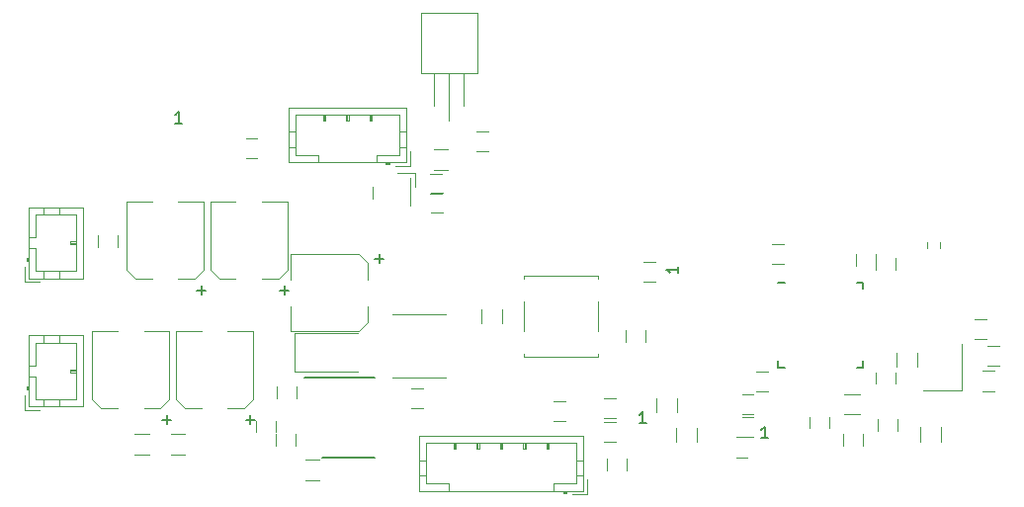
<source format=gbr>
G04 #@! TF.FileFunction,Legend,Top*
%FSLAX46Y46*%
G04 Gerber Fmt 4.6, Leading zero omitted, Abs format (unit mm)*
G04 Created by KiCad (PCBNEW 4.0.7) date 11/11/17 16:51:54*
%MOMM*%
%LPD*%
G01*
G04 APERTURE LIST*
%ADD10C,0.100000*%
%ADD11C,0.120000*%
%ADD12C,0.150000*%
G04 APERTURE END LIST*
D10*
D11*
X116450000Y-76200000D02*
X116450000Y-71500000D01*
X116450000Y-71500000D02*
X106350000Y-71500000D01*
X106350000Y-71500000D02*
X106350000Y-76200000D01*
X106350000Y-76200000D02*
X116450000Y-76200000D01*
X113900000Y-76200000D02*
X113900000Y-75600000D01*
X113900000Y-75600000D02*
X115850000Y-75600000D01*
X115850000Y-75600000D02*
X115850000Y-72100000D01*
X115850000Y-72100000D02*
X106950000Y-72100000D01*
X106950000Y-72100000D02*
X106950000Y-75600000D01*
X106950000Y-75600000D02*
X108900000Y-75600000D01*
X108900000Y-75600000D02*
X108900000Y-76200000D01*
X116450000Y-74900000D02*
X115850000Y-74900000D01*
X116450000Y-73600000D02*
X115850000Y-73600000D01*
X106350000Y-74900000D02*
X106950000Y-74900000D01*
X106350000Y-73600000D02*
X106950000Y-73600000D01*
X114700000Y-76200000D02*
X114700000Y-76400000D01*
X114700000Y-76400000D02*
X115000000Y-76400000D01*
X115000000Y-76400000D02*
X115000000Y-76200000D01*
X114700000Y-76300000D02*
X115000000Y-76300000D01*
X113500000Y-72100000D02*
X113500000Y-72600000D01*
X113500000Y-72600000D02*
X113300000Y-72600000D01*
X113300000Y-72600000D02*
X113300000Y-72100000D01*
X113400000Y-72100000D02*
X113400000Y-72600000D01*
X111500000Y-72100000D02*
X111500000Y-72600000D01*
X111500000Y-72600000D02*
X111300000Y-72600000D01*
X111300000Y-72600000D02*
X111300000Y-72100000D01*
X111400000Y-72100000D02*
X111400000Y-72600000D01*
X109500000Y-72100000D02*
X109500000Y-72600000D01*
X109500000Y-72600000D02*
X109300000Y-72600000D01*
X109300000Y-72600000D02*
X109300000Y-72100000D01*
X109400000Y-72100000D02*
X109400000Y-72600000D01*
X115500000Y-76500000D02*
X116750000Y-76500000D01*
X116750000Y-76500000D02*
X116750000Y-75250000D01*
X84100000Y-97150000D02*
X88800000Y-97150000D01*
X88800000Y-97150000D02*
X88800000Y-91050000D01*
X88800000Y-91050000D02*
X84100000Y-91050000D01*
X84100000Y-91050000D02*
X84100000Y-97150000D01*
X84100000Y-94600000D02*
X84700000Y-94600000D01*
X84700000Y-94600000D02*
X84700000Y-96550000D01*
X84700000Y-96550000D02*
X88200000Y-96550000D01*
X88200000Y-96550000D02*
X88200000Y-91650000D01*
X88200000Y-91650000D02*
X84700000Y-91650000D01*
X84700000Y-91650000D02*
X84700000Y-93600000D01*
X84700000Y-93600000D02*
X84100000Y-93600000D01*
X85400000Y-97150000D02*
X85400000Y-96550000D01*
X86700000Y-97150000D02*
X86700000Y-96550000D01*
X85400000Y-91050000D02*
X85400000Y-91650000D01*
X86700000Y-91050000D02*
X86700000Y-91650000D01*
X84100000Y-95400000D02*
X83900000Y-95400000D01*
X83900000Y-95400000D02*
X83900000Y-95700000D01*
X83900000Y-95700000D02*
X84100000Y-95700000D01*
X84000000Y-95400000D02*
X84000000Y-95700000D01*
X88200000Y-94200000D02*
X87700000Y-94200000D01*
X87700000Y-94200000D02*
X87700000Y-94000000D01*
X87700000Y-94000000D02*
X88200000Y-94000000D01*
X88200000Y-94100000D02*
X87700000Y-94100000D01*
X83800000Y-96200000D02*
X83800000Y-97450000D01*
X83800000Y-97450000D02*
X85050000Y-97450000D01*
X150950000Y-98000000D02*
X150950000Y-99000000D01*
X152650000Y-99000000D02*
X152650000Y-98000000D01*
X148800000Y-83250000D02*
X147800000Y-83250000D01*
X147800000Y-84950000D02*
X148800000Y-84950000D01*
X156650000Y-94200000D02*
X156650000Y-95200000D01*
X158350000Y-95200000D02*
X158350000Y-94200000D01*
X156650000Y-85100000D02*
X156650000Y-84100000D01*
X154950000Y-84100000D02*
X154950000Y-85100000D01*
X123500000Y-73550000D02*
X122500000Y-73550000D01*
X122500000Y-75250000D02*
X123500000Y-75250000D01*
X158350000Y-85400000D02*
X158350000Y-84400000D01*
X156650000Y-84400000D02*
X156650000Y-85400000D01*
X147450000Y-94150000D02*
X146450000Y-94150000D01*
X146450000Y-95850000D02*
X147450000Y-95850000D01*
X145200000Y-97800000D02*
X146200000Y-97800000D01*
X146200000Y-96100000D02*
X145200000Y-96100000D01*
X133400000Y-100150000D02*
X134400000Y-100150000D01*
X134400000Y-98450000D02*
X133400000Y-98450000D01*
X133400000Y-98150000D02*
X134400000Y-98150000D01*
X134400000Y-96450000D02*
X133400000Y-96450000D01*
X135350000Y-102600000D02*
X135350000Y-101600000D01*
X133650000Y-101600000D02*
X133650000Y-102600000D01*
X136750000Y-86450000D02*
X137750000Y-86450000D01*
X137750000Y-84750000D02*
X136750000Y-84750000D01*
X135250000Y-90600000D02*
X135250000Y-91600000D01*
X136950000Y-91600000D02*
X136950000Y-90600000D01*
X145200000Y-99700000D02*
X146200000Y-99700000D01*
X146200000Y-98000000D02*
X145200000Y-98000000D01*
X144700000Y-101475000D02*
X145700000Y-101475000D01*
X145700000Y-99775000D02*
X144700000Y-99775000D01*
X105300000Y-99350000D02*
X105300000Y-98350000D01*
X103600000Y-98350000D02*
X103600000Y-99350000D01*
X107000000Y-100500000D02*
X107000000Y-99500000D01*
X105300000Y-99500000D02*
X105300000Y-100500000D01*
X103300000Y-90700000D02*
X101120000Y-90700000D01*
X96700000Y-90700000D02*
X98880000Y-90700000D01*
X102540000Y-97300000D02*
X101120000Y-97300000D01*
X97460000Y-97300000D02*
X98880000Y-97300000D01*
X103300000Y-90700000D02*
X103300000Y-96540000D01*
X103300000Y-96540000D02*
X102540000Y-97300000D01*
X97460000Y-97300000D02*
X96700000Y-96540000D01*
X96700000Y-96540000D02*
X96700000Y-90700000D01*
X106550000Y-84100000D02*
X106550000Y-86280000D01*
X106550000Y-90700000D02*
X106550000Y-88520000D01*
X113150000Y-84860000D02*
X113150000Y-86280000D01*
X113150000Y-89940000D02*
X113150000Y-88520000D01*
X106550000Y-84100000D02*
X112390000Y-84100000D01*
X112390000Y-84100000D02*
X113150000Y-84860000D01*
X113150000Y-89940000D02*
X112390000Y-90700000D01*
X112390000Y-90700000D02*
X106550000Y-90700000D01*
X107050000Y-96400000D02*
X107050000Y-95400000D01*
X105350000Y-95400000D02*
X105350000Y-96400000D01*
X106250000Y-79600000D02*
X104070000Y-79600000D01*
X99650000Y-79600000D02*
X101830000Y-79600000D01*
X105490000Y-86200000D02*
X104070000Y-86200000D01*
X100410000Y-86200000D02*
X101830000Y-86200000D01*
X106250000Y-79600000D02*
X106250000Y-85440000D01*
X106250000Y-85440000D02*
X105490000Y-86200000D01*
X100410000Y-86200000D02*
X99650000Y-85440000D01*
X99650000Y-85440000D02*
X99650000Y-79600000D01*
X117900000Y-95600000D02*
X116900000Y-95600000D01*
X116900000Y-97300000D02*
X117900000Y-97300000D01*
X99100000Y-79600000D02*
X96920000Y-79600000D01*
X92500000Y-79600000D02*
X94680000Y-79600000D01*
X98340000Y-86200000D02*
X96920000Y-86200000D01*
X93260000Y-86200000D02*
X94680000Y-86200000D01*
X99100000Y-79600000D02*
X99100000Y-85440000D01*
X99100000Y-85440000D02*
X98340000Y-86200000D01*
X93260000Y-86200000D02*
X92500000Y-85440000D01*
X92500000Y-85440000D02*
X92500000Y-79600000D01*
X96150000Y-90700000D02*
X93970000Y-90700000D01*
X89550000Y-90700000D02*
X91730000Y-90700000D01*
X95390000Y-97300000D02*
X93970000Y-97300000D01*
X90310000Y-97300000D02*
X91730000Y-97300000D01*
X96150000Y-90700000D02*
X96150000Y-96540000D01*
X96150000Y-96540000D02*
X95390000Y-97300000D01*
X90310000Y-97300000D02*
X89550000Y-96540000D01*
X89550000Y-96540000D02*
X89550000Y-90700000D01*
X90000000Y-82500000D02*
X90000000Y-83500000D01*
X91700000Y-83500000D02*
X91700000Y-82500000D01*
X165850000Y-95800000D02*
X166850000Y-95800000D01*
X166850000Y-94100000D02*
X165850000Y-94100000D01*
X166250000Y-93650000D02*
X167250000Y-93650000D01*
X167250000Y-91950000D02*
X166250000Y-91950000D01*
X156850000Y-98200000D02*
X156850000Y-99200000D01*
X158550000Y-99200000D02*
X158550000Y-98200000D01*
X153850000Y-99500000D02*
X153850000Y-100500000D01*
X155550000Y-100500000D02*
X155550000Y-99500000D01*
X118550000Y-80550000D02*
X119550000Y-80550000D01*
X119550000Y-78850000D02*
X118550000Y-78850000D01*
X118500000Y-78900000D02*
X119500000Y-78900000D01*
X119500000Y-77200000D02*
X118500000Y-77200000D01*
X103700000Y-74150000D02*
X102700000Y-74150000D01*
X102700000Y-75850000D02*
X103700000Y-75850000D01*
X165150000Y-91350000D02*
X166150000Y-91350000D01*
X166150000Y-89650000D02*
X165150000Y-89650000D01*
X129100000Y-98400000D02*
X130100000Y-98400000D01*
X130100000Y-96700000D02*
X129100000Y-96700000D01*
X106900000Y-90850000D02*
X106900000Y-94150000D01*
X106900000Y-94150000D02*
X112300000Y-94150000D01*
X106900000Y-90850000D02*
X112300000Y-90850000D01*
X131625000Y-104350000D02*
X131625000Y-99650000D01*
X131625000Y-99650000D02*
X117525000Y-99650000D01*
X117525000Y-99650000D02*
X117525000Y-104350000D01*
X117525000Y-104350000D02*
X131625000Y-104350000D01*
X129075000Y-104350000D02*
X129075000Y-103750000D01*
X129075000Y-103750000D02*
X131025000Y-103750000D01*
X131025000Y-103750000D02*
X131025000Y-100250000D01*
X131025000Y-100250000D02*
X118125000Y-100250000D01*
X118125000Y-100250000D02*
X118125000Y-103750000D01*
X118125000Y-103750000D02*
X120075000Y-103750000D01*
X120075000Y-103750000D02*
X120075000Y-104350000D01*
X131625000Y-103050000D02*
X131025000Y-103050000D01*
X131625000Y-101750000D02*
X131025000Y-101750000D01*
X117525000Y-103050000D02*
X118125000Y-103050000D01*
X117525000Y-101750000D02*
X118125000Y-101750000D01*
X129875000Y-104350000D02*
X129875000Y-104550000D01*
X129875000Y-104550000D02*
X130175000Y-104550000D01*
X130175000Y-104550000D02*
X130175000Y-104350000D01*
X129875000Y-104450000D02*
X130175000Y-104450000D01*
X128675000Y-100250000D02*
X128675000Y-100750000D01*
X128675000Y-100750000D02*
X128475000Y-100750000D01*
X128475000Y-100750000D02*
X128475000Y-100250000D01*
X128575000Y-100250000D02*
X128575000Y-100750000D01*
X126675000Y-100250000D02*
X126675000Y-100750000D01*
X126675000Y-100750000D02*
X126475000Y-100750000D01*
X126475000Y-100750000D02*
X126475000Y-100250000D01*
X126575000Y-100250000D02*
X126575000Y-100750000D01*
X124675000Y-100250000D02*
X124675000Y-100750000D01*
X124675000Y-100750000D02*
X124475000Y-100750000D01*
X124475000Y-100750000D02*
X124475000Y-100250000D01*
X124575000Y-100250000D02*
X124575000Y-100750000D01*
X122675000Y-100250000D02*
X122675000Y-100750000D01*
X122675000Y-100750000D02*
X122475000Y-100750000D01*
X122475000Y-100750000D02*
X122475000Y-100250000D01*
X122575000Y-100250000D02*
X122575000Y-100750000D01*
X120675000Y-100250000D02*
X120675000Y-100750000D01*
X120675000Y-100750000D02*
X120475000Y-100750000D01*
X120475000Y-100750000D02*
X120475000Y-100250000D01*
X120575000Y-100250000D02*
X120575000Y-100750000D01*
X130675000Y-104650000D02*
X131925000Y-104650000D01*
X131925000Y-104650000D02*
X131925000Y-103400000D01*
X115250000Y-94680000D02*
X119850000Y-94680000D01*
X119850000Y-89220000D02*
X115250000Y-89220000D01*
X118800000Y-75120000D02*
X120000000Y-75120000D01*
X120000000Y-76880000D02*
X118800000Y-76880000D01*
X139570000Y-100150000D02*
X139570000Y-98950000D01*
X141330000Y-98950000D02*
X141330000Y-100150000D01*
X139630000Y-96400000D02*
X139630000Y-97600000D01*
X137870000Y-97600000D02*
X137870000Y-96400000D01*
X122920000Y-90000000D02*
X122920000Y-88800000D01*
X124680000Y-88800000D02*
X124680000Y-90000000D01*
X107800000Y-101720000D02*
X109000000Y-101720000D01*
X109000000Y-103480000D02*
X107800000Y-103480000D01*
X162230000Y-98925000D02*
X162230000Y-100125000D01*
X160470000Y-100125000D02*
X160470000Y-98925000D01*
X126550000Y-86200000D02*
X126550000Y-85950000D01*
X126550000Y-85950000D02*
X132850000Y-85950000D01*
X132850000Y-85950000D02*
X132850000Y-86200000D01*
X126550000Y-90700000D02*
X126550000Y-88100000D01*
X132850000Y-92600000D02*
X132850000Y-92850000D01*
X132850000Y-92850000D02*
X126550000Y-92850000D01*
X126550000Y-92850000D02*
X126550000Y-92600000D01*
X132850000Y-88100000D02*
X132850000Y-90700000D01*
D12*
X155575000Y-86525000D02*
X155575000Y-87050000D01*
X148325000Y-93775000D02*
X148325000Y-93250000D01*
X155575000Y-93775000D02*
X155575000Y-93250000D01*
X148325000Y-86525000D02*
X148850000Y-86525000D01*
X148325000Y-93775000D02*
X148850000Y-93775000D01*
X155575000Y-93775000D02*
X155050000Y-93775000D01*
X155575000Y-86525000D02*
X155050000Y-86525000D01*
D11*
X121400000Y-71380000D02*
X121400000Y-68590000D01*
X120130000Y-72650000D02*
X120130000Y-68590000D01*
X118860000Y-71380000D02*
X118860000Y-68590000D01*
X122530000Y-68590000D02*
X117730000Y-68590000D01*
X117730000Y-68590000D02*
X117730000Y-63400000D01*
X117730000Y-63400000D02*
X122530000Y-63400000D01*
X122530000Y-63400000D02*
X122530000Y-68590000D01*
D12*
X109275000Y-101550000D02*
X113725000Y-101550000D01*
X107750000Y-94650000D02*
X113725000Y-94650000D01*
D11*
X115700000Y-77100000D02*
X117200000Y-77100000D01*
X117200000Y-77100000D02*
X117200000Y-78300000D01*
X113580000Y-79300000D02*
X113580000Y-78300000D01*
X116820000Y-77550000D02*
X116820000Y-79920000D01*
X153975000Y-97825000D02*
X155325000Y-97825000D01*
X153975000Y-96075000D02*
X155325000Y-96075000D01*
X160700000Y-95750000D02*
X164000000Y-95750000D01*
X164000000Y-95750000D02*
X164000000Y-91750000D01*
X84100000Y-86150000D02*
X88800000Y-86150000D01*
X88800000Y-86150000D02*
X88800000Y-80050000D01*
X88800000Y-80050000D02*
X84100000Y-80050000D01*
X84100000Y-80050000D02*
X84100000Y-86150000D01*
X84100000Y-83600000D02*
X84700000Y-83600000D01*
X84700000Y-83600000D02*
X84700000Y-85550000D01*
X84700000Y-85550000D02*
X88200000Y-85550000D01*
X88200000Y-85550000D02*
X88200000Y-80650000D01*
X88200000Y-80650000D02*
X84700000Y-80650000D01*
X84700000Y-80650000D02*
X84700000Y-82600000D01*
X84700000Y-82600000D02*
X84100000Y-82600000D01*
X85400000Y-86150000D02*
X85400000Y-85550000D01*
X86700000Y-86150000D02*
X86700000Y-85550000D01*
X85400000Y-80050000D02*
X85400000Y-80650000D01*
X86700000Y-80050000D02*
X86700000Y-80650000D01*
X84100000Y-84400000D02*
X83900000Y-84400000D01*
X83900000Y-84400000D02*
X83900000Y-84700000D01*
X83900000Y-84700000D02*
X84100000Y-84700000D01*
X84000000Y-84400000D02*
X84000000Y-84700000D01*
X88200000Y-83200000D02*
X87700000Y-83200000D01*
X87700000Y-83200000D02*
X87700000Y-83000000D01*
X87700000Y-83000000D02*
X88200000Y-83000000D01*
X88200000Y-83100000D02*
X87700000Y-83100000D01*
X83800000Y-85200000D02*
X83800000Y-86450000D01*
X83800000Y-86450000D02*
X85050000Y-86450000D01*
X94400000Y-101230000D02*
X93200000Y-101230000D01*
X93200000Y-99470000D02*
X94400000Y-99470000D01*
X97500000Y-101230000D02*
X96300000Y-101230000D01*
X96300000Y-99470000D02*
X97500000Y-99470000D01*
X160230000Y-92500000D02*
X160230000Y-93700000D01*
X158470000Y-93700000D02*
X158470000Y-92500000D01*
X162130000Y-83550000D02*
X162130000Y-83050000D01*
X161070000Y-83050000D02*
X161070000Y-83550000D01*
D12*
X103081429Y-98660952D02*
X103081429Y-97899047D01*
X103462381Y-98279999D02*
X102700476Y-98279999D01*
X113749048Y-84461429D02*
X114510953Y-84461429D01*
X114130001Y-84842381D02*
X114130001Y-84080476D01*
X106031429Y-87560952D02*
X106031429Y-86799047D01*
X106412381Y-87179999D02*
X105650476Y-87179999D01*
X98881429Y-87560952D02*
X98881429Y-86799047D01*
X99262381Y-87179999D02*
X98500476Y-87179999D01*
X95931429Y-98660952D02*
X95931429Y-97899047D01*
X96312381Y-98279999D02*
X95550476Y-98279999D01*
X139727381Y-85129285D02*
X139727381Y-85700714D01*
X139727381Y-85415000D02*
X138727381Y-85415000D01*
X138870238Y-85510238D01*
X138965476Y-85605476D01*
X139013095Y-85700714D01*
X97218715Y-72852381D02*
X96647286Y-72852381D01*
X96933000Y-72852381D02*
X96933000Y-71852381D01*
X96837762Y-71995238D01*
X96742524Y-72090476D01*
X96647286Y-72138095D01*
X147435715Y-99852381D02*
X146864286Y-99852381D01*
X147150000Y-99852381D02*
X147150000Y-98852381D01*
X147054762Y-98995238D01*
X146959524Y-99090476D01*
X146864286Y-99138095D01*
X136985715Y-98552381D02*
X136414286Y-98552381D01*
X136700000Y-98552381D02*
X136700000Y-97552381D01*
X136604762Y-97695238D01*
X136509524Y-97790476D01*
X136414286Y-97838095D01*
M02*

</source>
